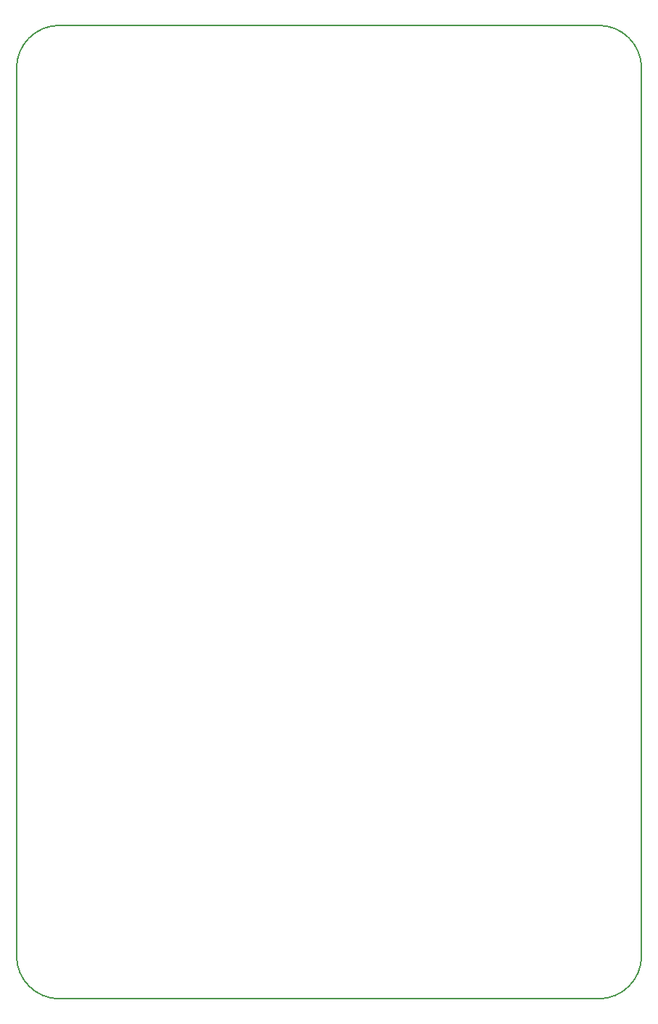
<source format=gbr>
%TF.GenerationSoftware,KiCad,Pcbnew,9.0.7*%
%TF.CreationDate,2026-02-10T22:30:16-08:00*%
%TF.ProjectId,SMU V1,534d5520-5631-42e6-9b69-6361645f7063,rev?*%
%TF.SameCoordinates,Original*%
%TF.FileFunction,Profile,NP*%
%FSLAX46Y46*%
G04 Gerber Fmt 4.6, Leading zero omitted, Abs format (unit mm)*
G04 Created by KiCad (PCBNEW 9.0.7) date 2026-02-10 22:30:16*
%MOMM*%
%LPD*%
G01*
G04 APERTURE LIST*
%TA.AperFunction,Profile*%
%ADD10C,0.200000*%
%TD*%
G04 APERTURE END LIST*
D10*
X107650000Y-35930000D02*
G75*
G02*
X112650000Y-40930000I0J-5000000D01*
G01*
X39710000Y-40930000D02*
G75*
G02*
X44710000Y-35930000I5000000J0D01*
G01*
X39710000Y-144410000D02*
X39710000Y-40930000D01*
X44710000Y-35930000D02*
X107650000Y-35930000D01*
X107650000Y-149410000D02*
X44710000Y-149410000D01*
X44710000Y-149410000D02*
G75*
G02*
X39710000Y-144410000I0J5000000D01*
G01*
X112650000Y-144410000D02*
G75*
G02*
X107650000Y-149410000I-5000000J0D01*
G01*
X112650000Y-40930000D02*
X112650000Y-144410000D01*
M02*

</source>
